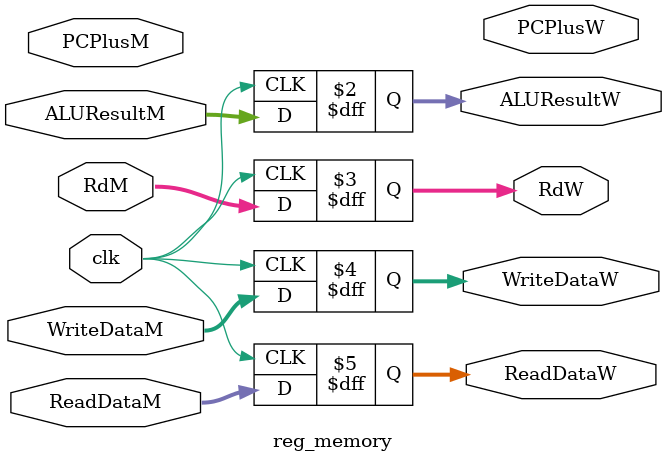
<source format=sv>
module reg_memory #(
    parameter DATA_WIDTH =32
)(  
    input logic                    clk,     
    input logic [DATA_WIDTH-1:0]   ALUResultM,
    input logic [4:0]              RdM,
    input logic [DATA_WIDTH-1:0]   WriteDataM,
    input logic [DATA_WIDTH-1:0]   ReadDataM,
    input logic [DATA_WIDTH-1:0]   PCPlusM,

    output logic [DATA_WIDTH-1:0]   ALUResultW,
    output logic [4:0]              RdW,
    output logic [DATA_WIDTH-1:0]   WriteDataW,
    output logic [DATA_WIDTH-1:0]   ReadDataW,
    output logic [DATA_WIDTH-1:0]   PCPlusW
    );

    always_ff @(posedge clk) begin
        ALUResultW  <=      ALUResultM;
        RdW         <=      RdM;
        WriteDataW  <=      WriteDataM;
        ReadDataW   <=      ReadDataM;
        PCPlus4W    <=      PCPlus4M;
    end

endmodule

</source>
